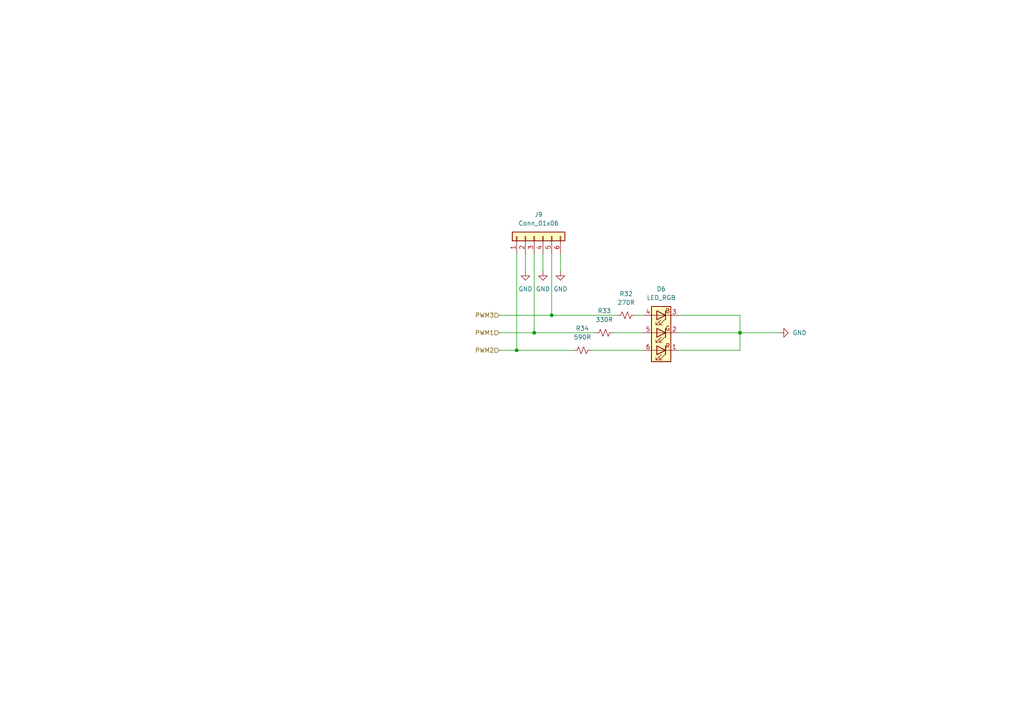
<source format=kicad_sch>
(kicad_sch (version 20250114) (generator "eeschema") (generator_version "9.0")
  (paper "A4")
  (lib_symbols
    (symbol "Connector_Generic:Conn_01x06" (pin_names (offset 1.016) (hide yes))
      (property "Reference" "J" (at 0 7.62 0))
      (property "Value" "Conn_01x06" (at 0 -10.16 0))
      (symbol "Conn_01x06_1_1"
        (rectangle (start -1.27 6.35) (end 1.27 -8.89) (stroke (width 0.254)) (fill (type background)))
        (rectangle (start -1.27 5.207) (end 0 4.953) (stroke (width 0.1524)))
        (rectangle (start -1.27 2.667) (end 0 2.413) (stroke (width 0.1524)))
        (rectangle (start -1.27 0.127) (end 0 -0.127) (stroke (width 0.1524)))
        (rectangle (start -1.27 -2.413) (end 0 -2.667) (stroke (width 0.1524)))
        (rectangle (start -1.27 -4.953) (end 0 -5.207) (stroke (width 0.1524)))
        (rectangle (start -1.27 -7.493) (end 0 -7.747) (stroke (width 0.1524)))
        (pin passive line (at -5.08 5.08 0) (length 3.81) (name "Pin_1") (number "1"))
        (pin passive line (at -5.08 2.54 0) (length 3.81) (name "Pin_2") (number "2"))
        (pin passive line (at -5.08 0 0) (length 3.81) (name "Pin_3") (number "3"))
        (pin passive line (at -5.08 -2.54 0) (length 3.81) (name "Pin_4") (number "4"))
        (pin passive line (at -5.08 -5.08 0) (length 3.81) (name "Pin_5") (number "5"))
        (pin passive line (at -5.08 -7.62 0) (length 3.81) (name "Pin_6") (number "6"))
      )
    )
    (symbol "Device:LED_RGB" (pin_names (offset 0) (hide yes))
      (property "Reference" "D" (at 0 9.398 0))
      (property "Value" "LED_RGB" (at 0 -8.89 0))
      (symbol "LED_RGB_0_0"
        (text "R" (at -1.905 3.81 0) (effects (font (size 1.27 1.27))))
        (text "G" (at -1.905 -1.27 0) (effects (font (size 1.27 1.27))))
        (text "B" (at -1.905 -6.35 0) (effects (font (size 1.27 1.27))))
      )
      (symbol "LED_RGB_0_1"
        (polyline (pts (xy -1.27 6.35) (xy -1.27 3.81)) (stroke (width 0.254)))
        (polyline (pts (xy -1.27 6.35) (xy -1.27 3.81) (xy -1.27 3.81)))
        (polyline (pts (xy -1.27 5.08) (xy -2.54 5.08)))
        (polyline (pts (xy -1.27 5.08) (xy 1.27 5.08)))
        (polyline (pts (xy -1.27 1.27) (xy -1.27 -1.27)) (stroke (width 0.254)))
        (polyline (pts (xy -1.27 1.27) (xy -1.27 -1.27) (xy -1.27 -1.27)))
        (polyline (pts (xy -1.27 0) (xy -2.54 0)))
        (polyline (pts (xy -1.27 -3.81) (xy -1.27 -6.35)) (stroke (width 0.254)))
        (polyline (pts (xy -1.27 -5.08) (xy -2.54 -5.08)))
        (polyline (pts (xy -1.27 -5.08) (xy 1.27 -5.08)))
        (polyline (pts (xy -1.016 6.35) (xy 0.508 7.874) (xy -0.254 7.874) (xy 0.508 7.874) (xy 0.508 7.112)))
        (polyline (pts (xy -1.016 1.27) (xy 0.508 2.794) (xy -0.254 2.794) (xy 0.508 2.794) (xy 0.508 2.032)))
        (polyline (pts (xy -1.016 -3.81) (xy 0.508 -2.286) (xy -0.254 -2.286) (xy 0.508 -2.286) (xy 0.508 -3.048)))
        (polyline (pts (xy 0 6.35) (xy 1.524 7.874) (xy 0.762 7.874) (xy 1.524 7.874) (xy 1.524 7.112)))
        (polyline (pts (xy 0 1.27) (xy 1.524 2.794) (xy 0.762 2.794) (xy 1.524 2.794) (xy 1.524 2.032)))
        (polyline (pts (xy 0 -3.81) (xy 1.524 -2.286) (xy 0.762 -2.286) (xy 1.524 -2.286) (xy 1.524 -3.048)))
        (polyline (pts (xy 1.27 6.35) (xy 1.27 3.81) (xy -1.27 5.08) (xy 1.27 6.35)) (stroke (width 0.254)))
        (rectangle (start 1.27 6.35) (end 1.27 6.35))
        (polyline (pts (xy 1.27 5.08) (xy 2.54 5.08)))
        (rectangle (start 1.27 3.81) (end 1.27 6.35))
        (polyline (pts (xy 1.27 1.27) (xy 1.27 -1.27) (xy -1.27 0) (xy 1.27 1.27)) (stroke (width 0.254)))
        (rectangle (start 1.27 1.27) (end 1.27 1.27))
        (polyline (pts (xy 1.27 0) (xy -1.27 0)))
        (polyline (pts (xy 1.27 0) (xy 2.54 0)))
        (rectangle (start 1.27 -1.27) (end 1.27 1.27))
        (polyline (pts (xy 1.27 -3.81) (xy 1.27 -6.35) (xy -1.27 -5.08) (xy 1.27 -3.81)) (stroke (width 0.254)))
        (polyline (pts (xy 1.27 -5.08) (xy 2.54 -5.08)))
        (rectangle (start 2.794 8.382) (end -2.794 -7.62) (stroke (width 0.254)) (fill (type background)))
      )
      (symbol "LED_RGB_1_1"
        (pin passive line (at -5.08 5.08 0) (length 2.54) (name "RK") (number "1"))
        (pin passive line (at -5.08 0 0) (length 2.54) (name "GK") (number "2"))
        (pin passive line (at -5.08 -5.08 0) (length 2.54) (name "BK") (number "3"))
        (pin passive line (at 5.08 5.08 180) (length 2.54) (name "RA") (number "6"))
        (pin passive line (at 5.08 0 180) (length 2.54) (name "GA") (number "5"))
        (pin passive line (at 5.08 -5.08 180) (length 2.54) (name "BA") (number "4"))
      )
    )
    (symbol "Device:R_Small_US" (pin_numbers (hide yes)) (pin_names (offset 0.254) (hide yes))
      (property "Reference" "R" (at 0.762 0.508 0))
      (property "Value" "R_Small_US" (at 0.762 -1.016 0))
      (symbol "R_Small_US_1_1"
        (polyline (pts (xy 0 1.524) (xy 1.016 1.143) (xy 0 0.762) (xy -1.016 0.381) (xy 0 0)))
        (polyline (pts (xy 0 0) (xy 1.016 -0.381) (xy 0 -0.762) (xy -1.016 -1.143) (xy 0 -1.524)))
        (pin passive line (at 0 2.54 270) (length 1.016) (name "~") (number "1"))
        (pin passive line (at 0 -2.54 90) (length 1.016) (name "~") (number "2"))
      )
    )
    (symbol "power:GND" (power) (pin_numbers (hide yes)) (pin_names (offset 0) (hide yes))
      (property "Value" "GND" (at 0 -3.81 0))
      (symbol "GND_0_1"
        (polyline (pts (xy 0 0) (xy 0 -1.27) (xy 1.27 -1.27) (xy 0 -2.54) (xy -1.27 -1.27) (xy 0 -1.27)))
      )
      (symbol "GND_1_1"
        (pin power_in line (at 0 0 270) (length 0) (name "~") (number "1"))
      )
    )
  )
  (junction (at 154.94 96.52))
  (junction (at 214.63 96.52))
  (junction (at 149.86 101.6))
  (junction (at 160.02 91.44))
  (wire (pts (xy 171.45 101.6) (xy 186.69 101.6)))
  (wire (pts (xy 149.86 73.66) (xy 149.86 101.6)))
  (wire (pts (xy 144.78 96.52) (xy 154.94 96.52)))
  (wire (pts (xy 214.63 96.52) (xy 214.63 101.6)))
  (wire (pts (xy 152.4 73.66) (xy 152.4 78.74)))
  (wire (pts (xy 157.48 73.66) (xy 157.48 78.74)))
  (wire (pts (xy 144.78 101.6) (xy 149.86 101.6)))
  (wire (pts (xy 144.78 91.44) (xy 160.02 91.44)))
  (wire (pts (xy 196.85 96.52) (xy 214.63 96.52)))
  (wire (pts (xy 214.63 96.52) (xy 226.06 96.52)))
  (wire (pts (xy 184.15 91.44) (xy 186.69 91.44)))
  (wire (pts (xy 154.94 96.52) (xy 172.72 96.52)))
  (wire (pts (xy 160.02 91.44) (xy 179.07 91.44)))
  (wire (pts (xy 160.02 73.66) (xy 160.02 91.44)))
  (wire (pts (xy 177.8 96.52) (xy 186.69 96.52)))
  (wire (pts (xy 149.86 101.6) (xy 166.37 101.6)))
  (wire (pts (xy 196.85 101.6) (xy 214.63 101.6)))
  (wire (pts (xy 196.85 91.44) (xy 214.63 91.44)))
  (wire (pts (xy 162.56 73.66) (xy 162.56 78.74)))
  (wire (pts (xy 154.94 73.66) (xy 154.94 96.52)))
  (wire (pts (xy 214.63 91.44) (xy 214.63 96.52)))
  (hierarchical_label "PWM1" (shape input) (at 144.78 96.52 180))
  (hierarchical_label "PWM3" (shape input) (at 144.78 91.44 180))
  (hierarchical_label "PWM2" (shape input) (at 144.78 101.6 180))
  (symbol (lib_id "Device:LED_RGB") (at 191.77 96.52 180) (unit 1)
    (property "Reference" "D6" (at 191.77 83.82 0))
    (property "Value" "LED_RGB" (at 191.77 86.36 0))
    (property "Footprint" "LED_SMD:LED_RGB_5050-6" (effects (hide yes)))
    (property "Description" "RGB LED, 6 pin package" (effects (hide yes)))
  )
  (symbol (lib_id "power:GND") (at 152.4 78.74 0) (unit 1)
    (property "Reference" "#PWR040" (effects (hide yes)))
    (property "Value" "GND" (at 152.4 83.82 0))
    (property "Description" "Power symbol creates a global label with name \"GND\" , ground" (effects (hide yes)))
  )
  (symbol (lib_id "power:GND") (at 157.48 78.74 0) (unit 1)
    (property "Reference" "#PWR041" (effects (hide yes)))
    (property "Value" "GND" (at 157.48 83.82 0))
    (property "Description" "Power symbol creates a global label with name \"GND\" , ground" (effects (hide yes)))
  )
  (symbol (lib_id "Device:R_Small_US") (at 168.91 101.6 90) (unit 1)
    (property "Reference" "R34" (at 168.91 95.25 90))
    (property "Value" "590R" (at 168.91 97.79 90))
    (property "Footprint" "Resistor_SMD:R_0805_2012Metric_Pad1.20x1.40mm_HandSolder" (effects (hide yes)))
    (property "Description" "Resistor, small US symbol" (effects (hide yes)))
  )
  (symbol (lib_id "Device:R_Small_US") (at 175.26 96.52 90) (unit 1)
    (property "Reference" "R33" (at 175.26 90.17 90))
    (property "Value" "330R" (at 175.26 92.71 90))
    (property "Footprint" "Resistor_SMD:R_0805_2012Metric_Pad1.20x1.40mm_HandSolder" (effects (hide yes)))
    (property "Description" "Resistor, small US symbol" (effects (hide yes)))
  )
  (symbol (lib_id "power:GND") (at 226.06 96.52 90) (unit 1)
    (property "Reference" "#PWR043" (effects (hide yes)))
    (property "Value" "GND" (at 229.87 96.5199 90) (effects (justify right)))
    (property "Description" "Power symbol creates a global label with name \"GND\" , ground" (effects (hide yes)))
  )
  (symbol (lib_id "Device:R_Small_US") (at 181.61 91.44 90) (unit 1)
    (property "Reference" "R32" (at 181.61 85.2207 90))
    (property "Value" "270R" (at 181.61 87.7607 90))
    (property "Footprint" "Resistor_SMD:R_0805_2012Metric_Pad1.20x1.40mm_HandSolder" (effects (hide yes)))
    (property "Description" "Resistor, small US symbol" (effects (hide yes)))
  )
  (symbol (lib_id "Connector_Generic:Conn_01x06") (at 154.94 68.58 90) (unit 1)
    (property "Reference" "J9" (at 156.21 62.23 90))
    (property "Value" "Conn_01x06" (at 156.21 64.77 90))
    (property "Footprint" "Connector_JST:JST_EH_B6B-EH-A_1x06_P2.50mm_Vertical" (effects (hide yes)))
    (property "Description" "Generic connector, single row, 01x06, script generated (kicad-library-utils/schlib/autogen/connector/)" (effects (hide yes)))
  )
  (symbol (lib_id "power:GND") (at 162.56 78.74 0) (unit 1)
    (property "Reference" "#PWR042" (effects (hide yes)))
    (property "Value" "GND" (at 162.56 83.82 0))
    (property "Description" "Power symbol creates a global label with name \"GND\" , ground" (effects (hide yes)))
  )
)
</source>
